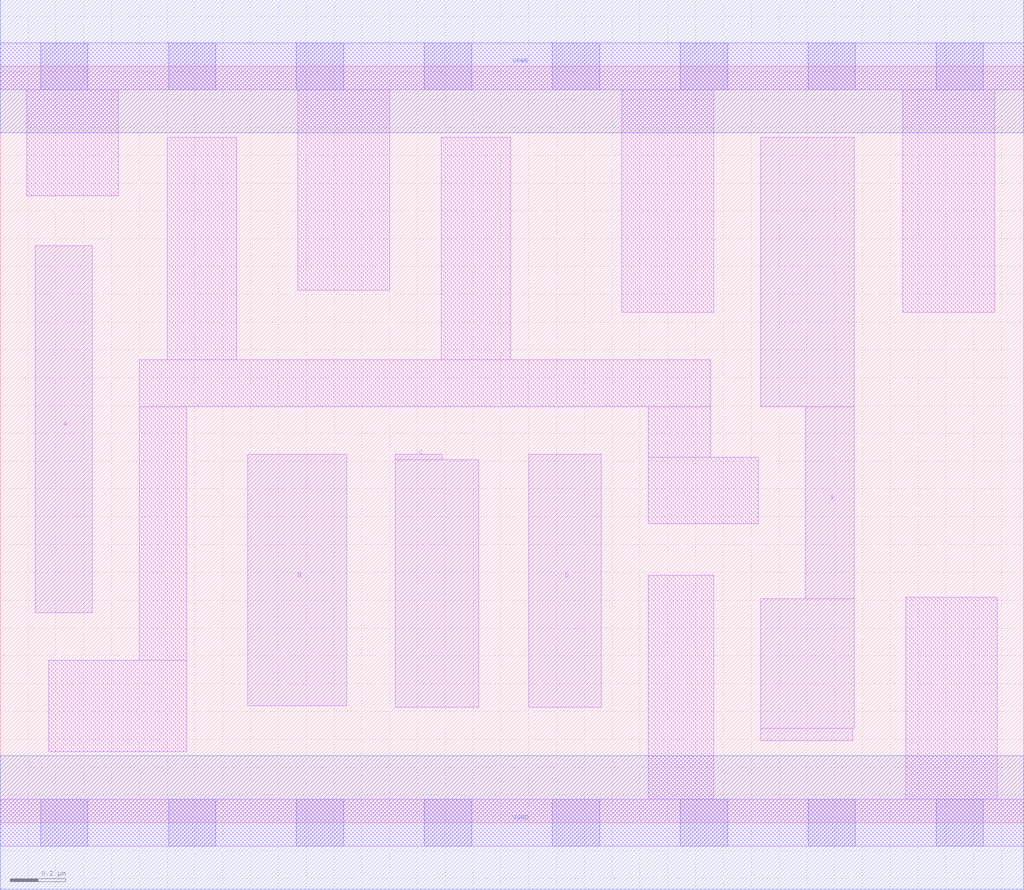
<source format=lef>
# Copyright 2020 The SkyWater PDK Authors
#
# Licensed under the Apache License, Version 2.0 (the "License");
# you may not use this file except in compliance with the License.
# You may obtain a copy of the License at
#
#     https://www.apache.org/licenses/LICENSE-2.0
#
# Unless required by applicable law or agreed to in writing, software
# distributed under the License is distributed on an "AS IS" BASIS,
# WITHOUT WARRANTIES OR CONDITIONS OF ANY KIND, either express or implied.
# See the License for the specific language governing permissions and
# limitations under the License.
#
# SPDX-License-Identifier: Apache-2.0

VERSION 5.7 ;
  NAMESCASESENSITIVE ON ;
  NOWIREEXTENSIONATPIN ON ;
  DIVIDERCHAR "/" ;
  BUSBITCHARS "[]" ;
UNITS
  DATABASE MICRONS 200 ;
END UNITS
MACRO sky130_fd_sc_hd__and4_2
  CLASS CORE ;
  SOURCE USER ;
  FOREIGN sky130_fd_sc_hd__and4_2 ;
  ORIGIN  0.000000  0.000000 ;
  SIZE  3.680000 BY  2.720000 ;
  SYMMETRY X Y R90 ;
  SITE unithd ;
  PIN A
    ANTENNAGATEAREA  0.126000 ;
    DIRECTION INPUT ;
    USE SIGNAL ;
    PORT
      LAYER li1 ;
        RECT 0.125000 0.755000 0.330000 2.075000 ;
    END
  END A
  PIN B
    ANTENNAGATEAREA  0.126000 ;
    DIRECTION INPUT ;
    USE SIGNAL ;
    PORT
      LAYER li1 ;
        RECT 0.890000 0.420000 1.245000 1.325000 ;
    END
  END B
  PIN C
    ANTENNAGATEAREA  0.126000 ;
    DIRECTION INPUT ;
    USE SIGNAL ;
    PORT
      LAYER li1 ;
        RECT 1.420000 0.415000 1.720000 1.305000 ;
        RECT 1.420000 1.305000 1.590000 1.325000 ;
    END
  END C
  PIN D
    ANTENNAGATEAREA  0.126000 ;
    DIRECTION INPUT ;
    USE SIGNAL ;
    PORT
      LAYER li1 ;
        RECT 1.900000 0.415000 2.160000 1.325000 ;
    END
  END D
  PIN X
    ANTENNADIFFAREA  0.544500 ;
    DIRECTION OUTPUT ;
    USE SIGNAL ;
    PORT
      LAYER li1 ;
        RECT 2.735000 0.295000 3.065000 0.340000 ;
        RECT 2.735000 0.340000 3.070000 0.805000 ;
        RECT 2.735000 1.495000 3.070000 2.465000 ;
        RECT 2.895000 0.805000 3.070000 1.495000 ;
    END
  END X
  PIN VGND
    DIRECTION INOUT ;
    SHAPE ABUTMENT ;
    USE GROUND ;
    PORT
      LAYER met1 ;
        RECT 0.000000 -0.240000 3.680000 0.240000 ;
    END
  END VGND
  PIN VPWR
    DIRECTION INOUT ;
    SHAPE ABUTMENT ;
    USE POWER ;
    PORT
      LAYER met1 ;
        RECT 0.000000 2.480000 3.680000 2.960000 ;
    END
  END VPWR
  OBS
    LAYER li1 ;
      RECT 0.000000 -0.085000 3.680000 0.085000 ;
      RECT 0.000000  2.635000 3.680000 2.805000 ;
      RECT 0.095000  2.255000 0.425000 2.635000 ;
      RECT 0.175000  0.255000 0.670000 0.585000 ;
      RECT 0.500000  0.585000 0.670000 1.495000 ;
      RECT 0.500000  1.495000 2.555000 1.665000 ;
      RECT 0.600000  1.665000 0.850000 2.465000 ;
      RECT 1.070000  1.915000 1.400000 2.635000 ;
      RECT 1.585000  1.665000 1.835000 2.465000 ;
      RECT 2.235000  1.835000 2.565000 2.635000 ;
      RECT 2.330000  0.085000 2.565000 0.890000 ;
      RECT 2.330000  1.075000 2.725000 1.315000 ;
      RECT 2.330000  1.315000 2.555000 1.495000 ;
      RECT 3.245000  1.835000 3.575000 2.635000 ;
      RECT 3.255000  0.085000 3.585000 0.810000 ;
    LAYER mcon ;
      RECT 0.145000 -0.085000 0.315000 0.085000 ;
      RECT 0.145000  2.635000 0.315000 2.805000 ;
      RECT 0.605000 -0.085000 0.775000 0.085000 ;
      RECT 0.605000  2.635000 0.775000 2.805000 ;
      RECT 1.065000 -0.085000 1.235000 0.085000 ;
      RECT 1.065000  2.635000 1.235000 2.805000 ;
      RECT 1.525000 -0.085000 1.695000 0.085000 ;
      RECT 1.525000  2.635000 1.695000 2.805000 ;
      RECT 1.985000 -0.085000 2.155000 0.085000 ;
      RECT 1.985000  2.635000 2.155000 2.805000 ;
      RECT 2.445000 -0.085000 2.615000 0.085000 ;
      RECT 2.445000  2.635000 2.615000 2.805000 ;
      RECT 2.905000 -0.085000 3.075000 0.085000 ;
      RECT 2.905000  2.635000 3.075000 2.805000 ;
      RECT 3.365000 -0.085000 3.535000 0.085000 ;
      RECT 3.365000  2.635000 3.535000 2.805000 ;
  END
END sky130_fd_sc_hd__and4_2
END LIBRARY

</source>
